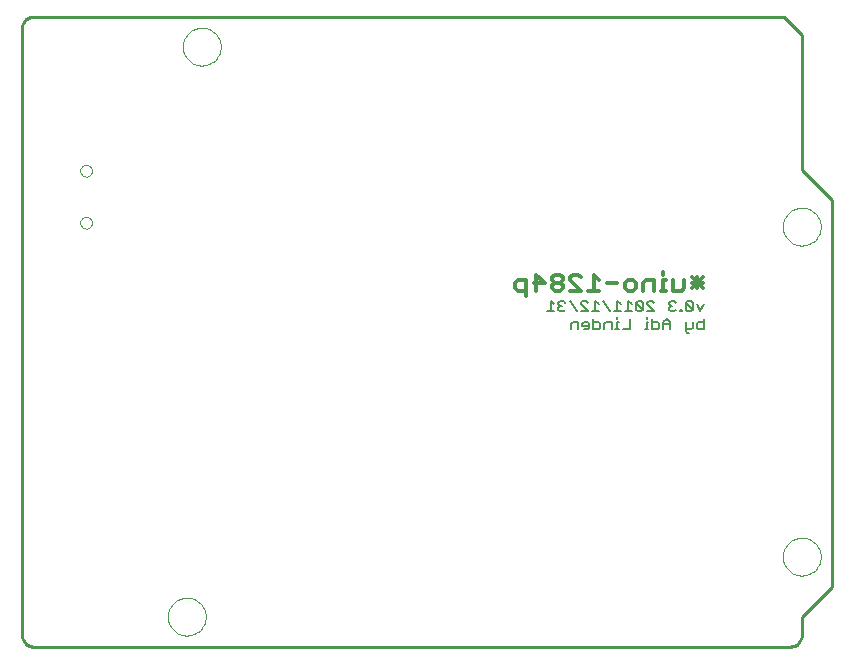
<source format=gbo>
G75*
G70*
%OFA0B0*%
%FSLAX24Y24*%
%IPPOS*%
%LPD*%
%AMOC8*
5,1,8,0,0,1.08239X$1,22.5*
%
%ADD10C,0.0000*%
%ADD11C,0.0100*%
%ADD12C,0.0120*%
%ADD13C,0.0050*%
D10*
X007319Y001837D02*
X007321Y001887D01*
X007327Y001937D01*
X007337Y001986D01*
X007351Y002034D01*
X007368Y002081D01*
X007389Y002126D01*
X007414Y002170D01*
X007442Y002211D01*
X007474Y002250D01*
X007508Y002287D01*
X007545Y002321D01*
X007585Y002351D01*
X007627Y002378D01*
X007671Y002402D01*
X007717Y002423D01*
X007764Y002439D01*
X007812Y002452D01*
X007862Y002461D01*
X007911Y002466D01*
X007962Y002467D01*
X008012Y002464D01*
X008061Y002457D01*
X008110Y002446D01*
X008158Y002431D01*
X008204Y002413D01*
X008249Y002391D01*
X008292Y002365D01*
X008333Y002336D01*
X008372Y002304D01*
X008408Y002269D01*
X008440Y002231D01*
X008470Y002191D01*
X008497Y002148D01*
X008520Y002104D01*
X008539Y002058D01*
X008555Y002010D01*
X008567Y001961D01*
X008575Y001912D01*
X008579Y001862D01*
X008579Y001812D01*
X008575Y001762D01*
X008567Y001713D01*
X008555Y001664D01*
X008539Y001616D01*
X008520Y001570D01*
X008497Y001526D01*
X008470Y001483D01*
X008440Y001443D01*
X008408Y001405D01*
X008372Y001370D01*
X008333Y001338D01*
X008292Y001309D01*
X008249Y001283D01*
X008204Y001261D01*
X008158Y001243D01*
X008110Y001228D01*
X008061Y001217D01*
X008012Y001210D01*
X007962Y001207D01*
X007911Y001208D01*
X007862Y001213D01*
X007812Y001222D01*
X007764Y001235D01*
X007717Y001251D01*
X007671Y001272D01*
X007627Y001296D01*
X007585Y001323D01*
X007545Y001353D01*
X007508Y001387D01*
X007474Y001424D01*
X007442Y001463D01*
X007414Y001504D01*
X007389Y001548D01*
X007368Y001593D01*
X007351Y001640D01*
X007337Y001688D01*
X007327Y001737D01*
X007321Y001787D01*
X007319Y001837D01*
X004396Y014970D02*
X004398Y014997D01*
X004404Y015024D01*
X004413Y015050D01*
X004426Y015074D01*
X004442Y015097D01*
X004461Y015116D01*
X004483Y015133D01*
X004507Y015147D01*
X004532Y015157D01*
X004559Y015164D01*
X004586Y015167D01*
X004614Y015166D01*
X004641Y015161D01*
X004667Y015153D01*
X004691Y015141D01*
X004714Y015125D01*
X004735Y015107D01*
X004752Y015086D01*
X004767Y015062D01*
X004778Y015037D01*
X004786Y015011D01*
X004790Y014984D01*
X004790Y014956D01*
X004786Y014929D01*
X004778Y014903D01*
X004767Y014878D01*
X004752Y014854D01*
X004735Y014833D01*
X004714Y014815D01*
X004692Y014799D01*
X004667Y014787D01*
X004641Y014779D01*
X004614Y014774D01*
X004586Y014773D01*
X004559Y014776D01*
X004532Y014783D01*
X004507Y014793D01*
X004483Y014807D01*
X004461Y014824D01*
X004442Y014843D01*
X004426Y014866D01*
X004413Y014890D01*
X004404Y014916D01*
X004398Y014943D01*
X004396Y014970D01*
X004396Y016703D02*
X004398Y016730D01*
X004404Y016757D01*
X004413Y016783D01*
X004426Y016807D01*
X004442Y016830D01*
X004461Y016849D01*
X004483Y016866D01*
X004507Y016880D01*
X004532Y016890D01*
X004559Y016897D01*
X004586Y016900D01*
X004614Y016899D01*
X004641Y016894D01*
X004667Y016886D01*
X004691Y016874D01*
X004714Y016858D01*
X004735Y016840D01*
X004752Y016819D01*
X004767Y016795D01*
X004778Y016770D01*
X004786Y016744D01*
X004790Y016717D01*
X004790Y016689D01*
X004786Y016662D01*
X004778Y016636D01*
X004767Y016611D01*
X004752Y016587D01*
X004735Y016566D01*
X004714Y016548D01*
X004692Y016532D01*
X004667Y016520D01*
X004641Y016512D01*
X004614Y016507D01*
X004586Y016506D01*
X004559Y016509D01*
X004532Y016516D01*
X004507Y016526D01*
X004483Y016540D01*
X004461Y016557D01*
X004442Y016576D01*
X004426Y016599D01*
X004413Y016623D01*
X004404Y016649D01*
X004398Y016676D01*
X004396Y016703D01*
X007819Y020837D02*
X007821Y020887D01*
X007827Y020937D01*
X007837Y020986D01*
X007851Y021034D01*
X007868Y021081D01*
X007889Y021126D01*
X007914Y021170D01*
X007942Y021211D01*
X007974Y021250D01*
X008008Y021287D01*
X008045Y021321D01*
X008085Y021351D01*
X008127Y021378D01*
X008171Y021402D01*
X008217Y021423D01*
X008264Y021439D01*
X008312Y021452D01*
X008362Y021461D01*
X008411Y021466D01*
X008462Y021467D01*
X008512Y021464D01*
X008561Y021457D01*
X008610Y021446D01*
X008658Y021431D01*
X008704Y021413D01*
X008749Y021391D01*
X008792Y021365D01*
X008833Y021336D01*
X008872Y021304D01*
X008908Y021269D01*
X008940Y021231D01*
X008970Y021191D01*
X008997Y021148D01*
X009020Y021104D01*
X009039Y021058D01*
X009055Y021010D01*
X009067Y020961D01*
X009075Y020912D01*
X009079Y020862D01*
X009079Y020812D01*
X009075Y020762D01*
X009067Y020713D01*
X009055Y020664D01*
X009039Y020616D01*
X009020Y020570D01*
X008997Y020526D01*
X008970Y020483D01*
X008940Y020443D01*
X008908Y020405D01*
X008872Y020370D01*
X008833Y020338D01*
X008792Y020309D01*
X008749Y020283D01*
X008704Y020261D01*
X008658Y020243D01*
X008610Y020228D01*
X008561Y020217D01*
X008512Y020210D01*
X008462Y020207D01*
X008411Y020208D01*
X008362Y020213D01*
X008312Y020222D01*
X008264Y020235D01*
X008217Y020251D01*
X008171Y020272D01*
X008127Y020296D01*
X008085Y020323D01*
X008045Y020353D01*
X008008Y020387D01*
X007974Y020424D01*
X007942Y020463D01*
X007914Y020504D01*
X007889Y020548D01*
X007868Y020593D01*
X007851Y020640D01*
X007837Y020688D01*
X007827Y020737D01*
X007821Y020787D01*
X007819Y020837D01*
X027819Y014837D02*
X027821Y014887D01*
X027827Y014937D01*
X027837Y014986D01*
X027851Y015034D01*
X027868Y015081D01*
X027889Y015126D01*
X027914Y015170D01*
X027942Y015211D01*
X027974Y015250D01*
X028008Y015287D01*
X028045Y015321D01*
X028085Y015351D01*
X028127Y015378D01*
X028171Y015402D01*
X028217Y015423D01*
X028264Y015439D01*
X028312Y015452D01*
X028362Y015461D01*
X028411Y015466D01*
X028462Y015467D01*
X028512Y015464D01*
X028561Y015457D01*
X028610Y015446D01*
X028658Y015431D01*
X028704Y015413D01*
X028749Y015391D01*
X028792Y015365D01*
X028833Y015336D01*
X028872Y015304D01*
X028908Y015269D01*
X028940Y015231D01*
X028970Y015191D01*
X028997Y015148D01*
X029020Y015104D01*
X029039Y015058D01*
X029055Y015010D01*
X029067Y014961D01*
X029075Y014912D01*
X029079Y014862D01*
X029079Y014812D01*
X029075Y014762D01*
X029067Y014713D01*
X029055Y014664D01*
X029039Y014616D01*
X029020Y014570D01*
X028997Y014526D01*
X028970Y014483D01*
X028940Y014443D01*
X028908Y014405D01*
X028872Y014370D01*
X028833Y014338D01*
X028792Y014309D01*
X028749Y014283D01*
X028704Y014261D01*
X028658Y014243D01*
X028610Y014228D01*
X028561Y014217D01*
X028512Y014210D01*
X028462Y014207D01*
X028411Y014208D01*
X028362Y014213D01*
X028312Y014222D01*
X028264Y014235D01*
X028217Y014251D01*
X028171Y014272D01*
X028127Y014296D01*
X028085Y014323D01*
X028045Y014353D01*
X028008Y014387D01*
X027974Y014424D01*
X027942Y014463D01*
X027914Y014504D01*
X027889Y014548D01*
X027868Y014593D01*
X027851Y014640D01*
X027837Y014688D01*
X027827Y014737D01*
X027821Y014787D01*
X027819Y014837D01*
X027819Y003837D02*
X027821Y003887D01*
X027827Y003937D01*
X027837Y003986D01*
X027851Y004034D01*
X027868Y004081D01*
X027889Y004126D01*
X027914Y004170D01*
X027942Y004211D01*
X027974Y004250D01*
X028008Y004287D01*
X028045Y004321D01*
X028085Y004351D01*
X028127Y004378D01*
X028171Y004402D01*
X028217Y004423D01*
X028264Y004439D01*
X028312Y004452D01*
X028362Y004461D01*
X028411Y004466D01*
X028462Y004467D01*
X028512Y004464D01*
X028561Y004457D01*
X028610Y004446D01*
X028658Y004431D01*
X028704Y004413D01*
X028749Y004391D01*
X028792Y004365D01*
X028833Y004336D01*
X028872Y004304D01*
X028908Y004269D01*
X028940Y004231D01*
X028970Y004191D01*
X028997Y004148D01*
X029020Y004104D01*
X029039Y004058D01*
X029055Y004010D01*
X029067Y003961D01*
X029075Y003912D01*
X029079Y003862D01*
X029079Y003812D01*
X029075Y003762D01*
X029067Y003713D01*
X029055Y003664D01*
X029039Y003616D01*
X029020Y003570D01*
X028997Y003526D01*
X028970Y003483D01*
X028940Y003443D01*
X028908Y003405D01*
X028872Y003370D01*
X028833Y003338D01*
X028792Y003309D01*
X028749Y003283D01*
X028704Y003261D01*
X028658Y003243D01*
X028610Y003228D01*
X028561Y003217D01*
X028512Y003210D01*
X028462Y003207D01*
X028411Y003208D01*
X028362Y003213D01*
X028312Y003222D01*
X028264Y003235D01*
X028217Y003251D01*
X028171Y003272D01*
X028127Y003296D01*
X028085Y003323D01*
X028045Y003353D01*
X028008Y003387D01*
X027974Y003424D01*
X027942Y003463D01*
X027914Y003504D01*
X027889Y003548D01*
X027868Y003593D01*
X027851Y003640D01*
X027837Y003688D01*
X027827Y003737D01*
X027821Y003787D01*
X027819Y003837D01*
D11*
X002449Y001230D02*
X002449Y021443D01*
X002451Y021482D01*
X002457Y021520D01*
X002466Y021557D01*
X002479Y021594D01*
X002496Y021629D01*
X002515Y021662D01*
X002538Y021693D01*
X002564Y021722D01*
X002593Y021748D01*
X002624Y021771D01*
X002657Y021790D01*
X002692Y021807D01*
X002729Y021820D01*
X002766Y021829D01*
X002804Y021835D01*
X002843Y021837D01*
X027849Y021837D01*
X028449Y021237D01*
X028449Y016737D01*
X029449Y015737D01*
X029449Y002837D01*
X028449Y001837D01*
X028449Y001230D01*
X028447Y001191D01*
X028441Y001153D01*
X028432Y001116D01*
X028419Y001079D01*
X028402Y001044D01*
X028383Y001011D01*
X028360Y000980D01*
X028334Y000951D01*
X028305Y000925D01*
X028274Y000902D01*
X028241Y000883D01*
X028206Y000866D01*
X028169Y000853D01*
X028132Y000844D01*
X028094Y000838D01*
X028055Y000836D01*
X028055Y000837D02*
X002843Y000837D01*
X002843Y000836D02*
X002804Y000838D01*
X002766Y000844D01*
X002729Y000853D01*
X002692Y000866D01*
X002657Y000883D01*
X002624Y000902D01*
X002593Y000925D01*
X002564Y000951D01*
X002538Y000980D01*
X002515Y001011D01*
X002496Y001044D01*
X002479Y001079D01*
X002466Y001116D01*
X002457Y001153D01*
X002451Y001191D01*
X002449Y001230D01*
D12*
X018904Y012787D02*
X018994Y012697D01*
X019265Y012697D01*
X019265Y012516D02*
X019265Y013057D01*
X018994Y013057D01*
X018904Y012967D01*
X018904Y012787D01*
X019512Y012967D02*
X019872Y012967D01*
X019602Y013237D01*
X019602Y012697D01*
X020120Y012787D02*
X020210Y012697D01*
X020390Y012697D01*
X020480Y012787D01*
X020480Y012877D01*
X020390Y012967D01*
X020210Y012967D01*
X020120Y012877D01*
X020120Y012787D01*
X020210Y012967D02*
X020120Y013057D01*
X020120Y013147D01*
X020210Y013237D01*
X020390Y013237D01*
X020480Y013147D01*
X020480Y013057D01*
X020390Y012967D01*
X020727Y013057D02*
X020727Y013147D01*
X020818Y013237D01*
X020998Y013237D01*
X021088Y013147D01*
X020727Y013057D02*
X021088Y012697D01*
X020727Y012697D01*
X021335Y012697D02*
X021695Y012697D01*
X021515Y012697D02*
X021515Y013237D01*
X021695Y013057D01*
X021943Y012967D02*
X022303Y012967D01*
X022551Y012967D02*
X022551Y012787D01*
X022641Y012697D01*
X022821Y012697D01*
X022911Y012787D01*
X022911Y012967D01*
X022821Y013057D01*
X022641Y013057D01*
X022551Y012967D01*
X023158Y012967D02*
X023158Y012697D01*
X023158Y012967D02*
X023248Y013057D01*
X023519Y013057D01*
X023519Y012697D01*
X023744Y012697D02*
X023924Y012697D01*
X023834Y012697D02*
X023834Y013057D01*
X023924Y013057D01*
X023834Y013237D02*
X023834Y013327D01*
X024171Y013057D02*
X024171Y012697D01*
X024441Y012697D01*
X024531Y012787D01*
X024531Y013057D01*
X024779Y013147D02*
X025139Y012787D01*
X025139Y012967D02*
X024779Y012967D01*
X024779Y012787D02*
X025139Y013147D01*
X024959Y013147D02*
X024959Y012787D01*
D13*
X024747Y012362D02*
X024631Y012362D01*
X024572Y012303D01*
X024806Y012070D01*
X024747Y012012D01*
X024631Y012012D01*
X024572Y012070D01*
X024572Y012303D01*
X024747Y012362D02*
X024806Y012303D01*
X024806Y012070D01*
X024941Y012245D02*
X025057Y012012D01*
X025174Y012245D01*
X025174Y011762D02*
X025174Y011412D01*
X024999Y011412D01*
X024941Y011470D01*
X024941Y011587D01*
X024999Y011645D01*
X025174Y011645D01*
X024806Y011645D02*
X024806Y011470D01*
X024747Y011412D01*
X024572Y011412D01*
X024572Y011353D02*
X024631Y011295D01*
X024689Y011295D01*
X024572Y011353D02*
X024572Y011645D01*
X024438Y012012D02*
X024379Y012012D01*
X024379Y012070D01*
X024438Y012070D01*
X024438Y012012D01*
X024253Y012070D02*
X024195Y012012D01*
X024078Y012012D01*
X024020Y012070D01*
X024020Y012128D01*
X024078Y012187D01*
X024137Y012187D01*
X024078Y012187D02*
X024020Y012245D01*
X024020Y012303D01*
X024078Y012362D01*
X024195Y012362D01*
X024253Y012303D01*
X023952Y011762D02*
X023836Y011645D01*
X023836Y011412D01*
X023701Y011470D02*
X023643Y011412D01*
X023467Y011412D01*
X023467Y011762D01*
X023467Y011645D02*
X023643Y011645D01*
X023701Y011587D01*
X023701Y011470D01*
X023836Y011587D02*
X024069Y011587D01*
X024069Y011645D02*
X023952Y011762D01*
X024069Y011645D02*
X024069Y011412D01*
X023333Y011412D02*
X023216Y011412D01*
X023274Y011412D02*
X023274Y011645D01*
X023333Y011645D01*
X023274Y011762D02*
X023274Y011820D01*
X023283Y012012D02*
X023517Y012012D01*
X023283Y012245D01*
X023283Y012303D01*
X023342Y012362D01*
X023458Y012362D01*
X023517Y012303D01*
X023148Y012303D02*
X023148Y012070D01*
X022915Y012303D01*
X022915Y012070D01*
X022973Y012012D01*
X023090Y012012D01*
X023148Y012070D01*
X023148Y012303D02*
X023090Y012362D01*
X022973Y012362D01*
X022915Y012303D01*
X022780Y012245D02*
X022663Y012362D01*
X022663Y012012D01*
X022547Y012012D02*
X022780Y012012D01*
X022719Y011762D02*
X022719Y011412D01*
X022485Y011412D01*
X022350Y011412D02*
X022234Y011412D01*
X022292Y011412D02*
X022292Y011645D01*
X022350Y011645D01*
X022292Y011762D02*
X022292Y011820D01*
X022295Y012012D02*
X022295Y012362D01*
X022412Y012245D01*
X022412Y012012D02*
X022178Y012012D01*
X022044Y012012D02*
X021810Y012362D01*
X021675Y012245D02*
X021559Y012362D01*
X021559Y012012D01*
X021675Y012012D02*
X021442Y012012D01*
X021307Y012012D02*
X021073Y012245D01*
X021073Y012303D01*
X021132Y012362D01*
X021249Y012362D01*
X021307Y012303D01*
X021307Y012012D02*
X021073Y012012D01*
X020939Y012012D02*
X020705Y012362D01*
X020570Y012303D02*
X020512Y012362D01*
X020395Y012362D01*
X020337Y012303D01*
X020337Y012245D01*
X020395Y012187D01*
X020337Y012128D01*
X020337Y012070D01*
X020395Y012012D01*
X020512Y012012D01*
X020570Y012070D01*
X020454Y012187D02*
X020395Y012187D01*
X020202Y012245D02*
X020085Y012362D01*
X020085Y012012D01*
X019969Y012012D02*
X020202Y012012D01*
X020767Y011587D02*
X020767Y011412D01*
X020767Y011587D02*
X020825Y011645D01*
X021000Y011645D01*
X021000Y011412D01*
X021135Y011528D02*
X021368Y011528D01*
X021368Y011470D02*
X021368Y011587D01*
X021310Y011645D01*
X021193Y011645D01*
X021135Y011587D01*
X021135Y011528D01*
X021193Y011412D02*
X021310Y011412D01*
X021368Y011470D01*
X021503Y011412D02*
X021678Y011412D01*
X021737Y011470D01*
X021737Y011587D01*
X021678Y011645D01*
X021503Y011645D01*
X021503Y011762D02*
X021503Y011412D01*
X021871Y011412D02*
X021871Y011587D01*
X021930Y011645D01*
X022105Y011645D01*
X022105Y011412D01*
M02*

</source>
